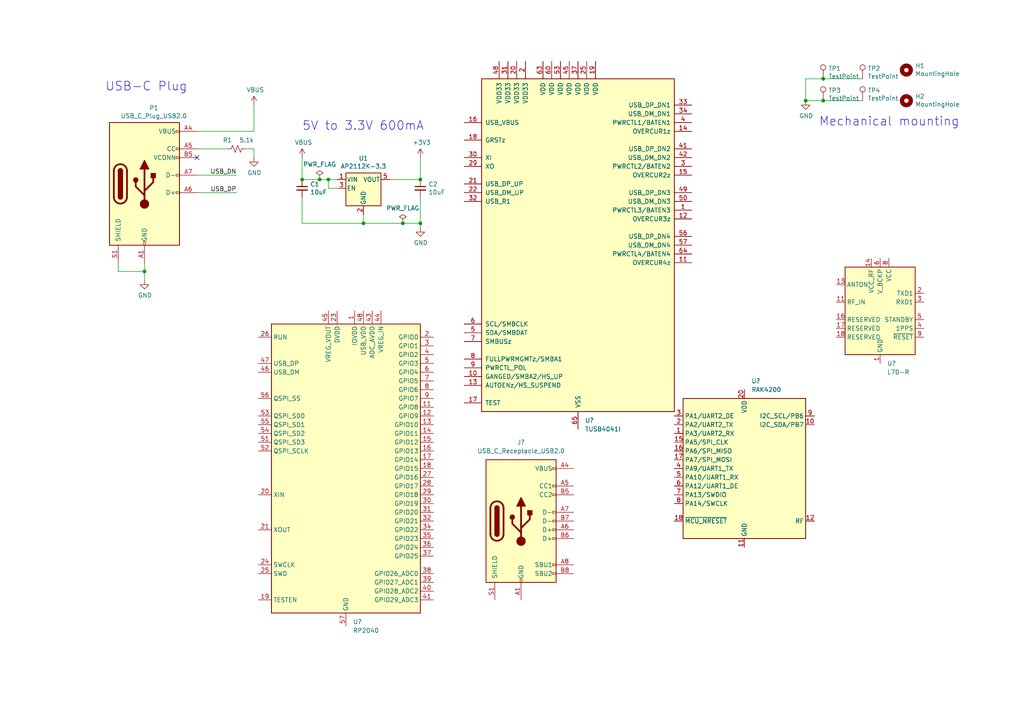
<source format=kicad_sch>
(kicad_sch (version 20211123) (generator eeschema)
  (paper "A4")
  (title_block (title "Expansion Card Template") (date "2020-12-12") (rev "X1") (company "Framework") (comment 1 "This work is licensed under a Creative Commons Attribution 4.0 International License") (comment 4 "https://frame.work"))
  (lib_symbols
    (symbol "Connector:TestPoint" (pin_numbers hide) (pin_names (offset 0.762) hide)
      (property "Reference" "TP" (at 0 6.858 0))
      (property "Value" "TestPoint" (at 0 5.08 0))
      (symbol "TestPoint_0_1"
        (circle (center 0 3.302) (radius 0.762))
      )
      (symbol "TestPoint_1_1"
        (pin passive line (at 0 0 90) (length 2.54) (name "1") (number "1"))
      )
    )
    (symbol "Connector:USB_C_Plug_USB2.0" (pin_names (offset 1.016))
      (property "Reference" "P" (at -10.16 19.05 0))
      (property "Value" "USB_C_Plug_USB2.0" (at 12.7 19.05 0))
      (symbol "USB_C_Plug_USB2.0_0_0"
        (rectangle (start -0.254 -17.78) (end 0.254 -16.764))
        (rectangle (start 10.16 -2.286) (end 9.144 -2.794))
        (rectangle (start 10.16 2.794) (end 9.144 2.286))
        (rectangle (start 10.16 7.874) (end 9.144 7.366))
        (rectangle (start 10.16 10.414) (end 9.144 9.906))
        (rectangle (start 10.16 15.494) (end 9.144 14.986))
      )
      (symbol "USB_C_Plug_USB2.0_0_1"
        (rectangle (start -10.16 17.78) (end 10.16 -17.78) (stroke (width 0.254)) (fill (type background)))
        (arc (start -8.89 -3.81) (mid -6.985 -5.715) (end -5.08 -3.81) (stroke (width 0.508)))
        (arc (start -7.62 -3.81) (mid -6.985 -4.445) (end -6.35 -3.81) (stroke (width 0.254)))
        (arc (start -7.62 -3.81) (mid -6.985 -4.445) (end -6.35 -3.81) (stroke (width 0.254)) (fill (type outline)))
        (rectangle (start -7.62 -3.81) (end -6.35 3.81) (stroke (width 0.254)) (fill (type outline)))
        (arc (start -6.35 3.81) (mid -6.985 4.445) (end -7.62 3.81) (stroke (width 0.254)))
        (arc (start -6.35 3.81) (mid -6.985 4.445) (end -7.62 3.81) (stroke (width 0.254)) (fill (type outline)))
        (arc (start -5.08 3.81) (mid -6.985 5.715) (end -8.89 3.81) (stroke (width 0.508)))
        (circle (center -2.54 1.143) (radius 0.635) (stroke (width 0.254)) (fill (type outline)))
        (circle (center 0 -5.842) (radius 1.27) (fill (type outline)))
        (polyline (pts (xy -8.89 -3.81) (xy -8.89 3.81)) (stroke (width 0.508)))
        (polyline (pts (xy -5.08 3.81) (xy -5.08 -3.81)) (stroke (width 0.508)))
        (polyline (pts (xy 0 -5.842) (xy 0 4.318)) (stroke (width 0.508)))
        (polyline (pts (xy 0 -3.302) (xy -2.54 -0.762) (xy -2.54 0.508)) (stroke (width 0.508)))
        (polyline (pts (xy 0 -2.032) (xy 2.54 0.508) (xy 2.54 1.778)) (stroke (width 0.508)))
        (polyline (pts (xy -1.27 4.318) (xy 0 6.858) (xy 1.27 4.318) (xy -1.27 4.318)) (stroke (width 0.254)) (fill (type outline)))
        (rectangle (start 1.905 1.778) (end 3.175 3.048) (stroke (width 0.254)) (fill (type outline)))
      )
      (symbol "USB_C_Plug_USB2.0_1_1"
        (pin passive line (at 0 -22.86 90) (length 5.08) (name "GND") (number "A1"))
        (pin passive line (at 0 -22.86 90) (length 5.08) hide (name "GND") (number "A12"))
        (pin passive line (at 15.24 15.24 180) (length 5.08) (name "VBUS") (number "A4"))
        (pin bidirectional line (at 15.24 10.16 180) (length 5.08) (name "CC") (number "A5"))
        (pin bidirectional line (at 15.24 -2.54 180) (length 5.08) (name "D+") (number "A6"))
        (pin bidirectional line (at 15.24 2.54 180) (length 5.08) (name "D-") (number "A7"))
        (pin passive line (at 15.24 15.24 180) (length 5.08) hide (name "VBUS") (number "A9"))
        (pin passive line (at 0 -22.86 90) (length 5.08) hide (name "GND") (number "B1"))
        (pin passive line (at 0 -22.86 90) (length 5.08) hide (name "GND") (number "B12"))
        (pin passive line (at 15.24 15.24 180) (length 5.08) hide (name "VBUS") (number "B4"))
        (pin bidirectional line (at 15.24 7.62 180) (length 5.08) (name "VCONN") (number "B5"))
        (pin passive line (at 15.24 15.24 180) (length 5.08) hide (name "VBUS") (number "B9"))
        (pin passive line (at -7.62 -22.86 90) (length 5.08) (name "SHIELD") (number "S1"))
      )
    )
    (symbol "Connector:USB_C_Receptacle_USB2.0" (pin_names (offset 1.016))
      (property "Reference" "J" (at -10.16 19.05 0))
      (property "Value" "USB_C_Receptacle_USB2.0" (at 19.05 19.05 0))
      (symbol "USB_C_Receptacle_USB2.0_0_0"
        (rectangle (start -0.254 -17.78) (end 0.254 -16.764))
        (rectangle (start 10.16 -14.986) (end 9.144 -15.494))
        (rectangle (start 10.16 -12.446) (end 9.144 -12.954))
        (rectangle (start 10.16 -4.826) (end 9.144 -5.334))
        (rectangle (start 10.16 -2.286) (end 9.144 -2.794))
        (rectangle (start 10.16 0.254) (end 9.144 -0.254))
        (rectangle (start 10.16 2.794) (end 9.144 2.286))
        (rectangle (start 10.16 7.874) (end 9.144 7.366))
        (rectangle (start 10.16 10.414) (end 9.144 9.906))
        (rectangle (start 10.16 15.494) (end 9.144 14.986))
      )
      (symbol "USB_C_Receptacle_USB2.0_0_1"
        (rectangle (start -10.16 17.78) (end 10.16 -17.78) (stroke (width 0.254)) (fill (type background)))
        (arc (start -8.89 -3.81) (mid -6.985 -5.715) (end -5.08 -3.81) (stroke (width 0.508)))
        (arc (start -7.62 -3.81) (mid -6.985 -4.445) (end -6.35 -3.81) (stroke (width 0.254)))
        (arc (start -7.62 -3.81) (mid -6.985 -4.445) (end -6.35 -3.81) (stroke (width 0.254)) (fill (type outline)))
        (rectangle (start -7.62 -3.81) (end -6.35 3.81) (stroke (width 0.254)) (fill (type outline)))
        (arc (start -6.35 3.81) (mid -6.985 4.445) (end -7.62 3.81) (stroke (width 0.254)))
        (arc (start -6.35 3.81) (mid -6.985 4.445) (end -7.62 3.81) (stroke (width 0.254)) (fill (type outline)))
        (arc (start -5.08 3.81) (mid -6.985 5.715) (end -8.89 3.81) (stroke (width 0.508)))
        (circle (center -2.54 1.143) (radius 0.635) (stroke (width 0.254)) (fill (type outline)))
        (circle (center 0 -5.842) (radius 1.27) (fill (type outline)))
        (polyline (pts (xy -8.89 -3.81) (xy -8.89 3.81)) (stroke (width 0.508)))
        (polyline (pts (xy -5.08 3.81) (xy -5.08 -3.81)) (stroke (width 0.508)))
        (polyline (pts (xy 0 -5.842) (xy 0 4.318)) (stroke (width 0.508)))
        (polyline (pts (xy 0 -3.302) (xy -2.54 -0.762) (xy -2.54 0.508)) (stroke (width 0.508)))
        (polyline (pts (xy 0 -2.032) (xy 2.54 0.508) (xy 2.54 1.778)) (stroke (width 0.508)))
        (polyline (pts (xy -1.27 4.318) (xy 0 6.858) (xy 1.27 4.318) (xy -1.27 4.318)) (stroke (width 0.254)) (fill (type outline)))
        (rectangle (start 1.905 1.778) (end 3.175 3.048) (stroke (width 0.254)) (fill (type outline)))
      )
      (symbol "USB_C_Receptacle_USB2.0_1_1"
        (pin passive line (at 0 -22.86 90) (length 5.08) (name "GND") (number "A1"))
        (pin passive line (at 0 -22.86 90) (length 5.08) hide (name "GND") (number "A12"))
        (pin passive line (at 15.24 15.24 180) (length 5.08) (name "VBUS") (number "A4"))
        (pin bidirectional line (at 15.24 10.16 180) (length 5.08) (name "CC1") (number "A5"))
        (pin bidirectional line (at 15.24 -2.54 180) (length 5.08) (name "D+") (number "A6"))
        (pin bidirectional line (at 15.24 2.54 180) (length 5.08) (name "D-") (number "A7"))
        (pin bidirectional line (at 15.24 -12.7 180) (length 5.08) (name "SBU1") (number "A8"))
        (pin passive line (at 15.24 15.24 180) (length 5.08) hide (name "VBUS") (number "A9"))
        (pin passive line (at 0 -22.86 90) (length 5.08) hide (name "GND") (number "B1"))
        (pin passive line (at 0 -22.86 90) (length 5.08) hide (name "GND") (number "B12"))
        (pin passive line (at 15.24 15.24 180) (length 5.08) hide (name "VBUS") (number "B4"))
        (pin bidirectional line (at 15.24 7.62 180) (length 5.08) (name "CC2") (number "B5"))
        (pin bidirectional line (at 15.24 -5.08 180) (length 5.08) (name "D+") (number "B6"))
        (pin bidirectional line (at 15.24 0 180) (length 5.08) (name "D-") (number "B7"))
        (pin bidirectional line (at 15.24 -15.24 180) (length 5.08) (name "SBU2") (number "B8"))
        (pin passive line (at 15.24 15.24 180) (length 5.08) hide (name "VBUS") (number "B9"))
        (pin passive line (at -7.62 -22.86 90) (length 5.08) (name "SHIELD") (number "S1"))
      )
    )
    (symbol "Device:C_Small" (pin_numbers hide) (pin_names (offset 0.254) hide)
      (property "Reference" "C" (at 0.254 1.778 0))
      (property "Value" "C_Small" (at 0.254 -2.032 0))
      (symbol "C_Small_0_1"
        (polyline (pts (xy -1.524 -0.508) (xy 1.524 -0.508)) (stroke (width 0.3302)))
        (polyline (pts (xy -1.524 0.508) (xy 1.524 0.508)) (stroke (width 0.3048)))
      )
      (symbol "C_Small_1_1"
        (pin passive line (at 0 2.54 270) (length 2.032) (name "~") (number "1"))
        (pin passive line (at 0 -2.54 90) (length 2.032) (name "~") (number "2"))
      )
    )
    (symbol "Device:R_Small_US" (pin_numbers hide) (pin_names (offset 0.254) hide)
      (property "Reference" "R" (at 0.762 0.508 0))
      (property "Value" "R_Small_US" (at 0.762 -1.016 0))
      (symbol "R_Small_US_1_1"
        (polyline (pts (xy 0 0) (xy 1.016 -0.381) (xy 0 -0.762) (xy -1.016 -1.143) (xy 0 -1.524)))
        (polyline (pts (xy 0 1.524) (xy 1.016 1.143) (xy 0 0.762) (xy -1.016 0.381) (xy 0 0)))
        (pin passive line (at 0 2.54 270) (length 1.016) (name "~") (number "1"))
        (pin passive line (at 0 -2.54 90) (length 1.016) (name "~") (number "2"))
      )
    )
    (symbol "Electrical-rescue:+3.3V-power" (power) (pin_names (offset 0))
      (property "Value" "+3.3V-power" (at 0 3.556 0))
      (symbol "+3.3V-power_0_1"
        (polyline (pts (xy -0.762 1.27) (xy 0 2.54)))
        (polyline (pts (xy 0 0) (xy 0 2.54)))
        (polyline (pts (xy 0 2.54) (xy 0.762 1.27)))
      )
      (symbol "+3.3V-power_1_1"
        (pin power_in line (at 0 0 90) (length 0) hide (name "+3V3") (number "1"))
      )
    )
    (symbol "Interface_USB:TUSB4041I" (pin_names (offset 1.016))
      (property "Reference" "U" (at 15.24 53.34 0))
      (property "Value" "TUSB4041I" (at 15.24 50.8 0))
      (symbol "TUSB4041I_0_1"
        (rectangle (start -27.94 48.26) (end 27.94 -48.26) (stroke (width 0.254)) (fill (type background)))
      )
      (symbol "TUSB4041I_1_1"
        (pin bidirectional line (at 33.02 10.16 180) (length 5.08) (name "PWRCTL3/BATEN3") (number "1"))
        (pin bidirectional line (at -33.02 -38.1 0) (length 5.08) (name "GANGED/SMBA2/HS_UP") (number "10"))
        (pin input line (at 33.02 -5.08 180) (length 5.08) (name "OVERCUR4z") (number "11"))
        (pin input line (at 33.02 7.62 180) (length 5.08) (name "OVERCUR3z") (number "12"))
        (pin bidirectional line (at -33.02 -40.64 0) (length 5.08) (name "AUTOENz/HS_SUSPEND") (number "13"))
        (pin input line (at 33.02 33.02 180) (length 5.08) (name "OVERCUR1z") (number "14"))
        (pin input line (at 33.02 20.32 180) (length 5.08) (name "OVERCUR2z") (number "15"))
        (pin input line (at -33.02 35.56 0) (length 5.08) (name "USB_VBUS") (number "16"))
        (pin input line (at -33.02 -45.72 0) (length 5.08) (name "TEST") (number "17"))
        (pin input line (at -33.02 30.48 0) (length 5.08) (name "GRSTz") (number "18"))
        (pin power_in line (at 5.08 53.34 270) (length 5.08) (name "VDD") (number "19"))
        (pin power_in line (at -15.24 53.34 270) (length 5.08) (name "VDD33") (number "2"))
        (pin power_in line (at -17.78 53.34 270) (length 5.08) (name "VDD33") (number "20"))
        (pin bidirectional line (at -33.02 17.78 0) (length 5.08) (name "USB_DP_UP") (number "21"))
        (pin bidirectional line (at -33.02 15.24 0) (length 5.08) (name "USB_DM_UP") (number "22"))
        (pin bidirectional line (at 33.02 -17.78 180) (length 5.08) hide (name "RSVD") (number "23"))
        (pin bidirectional line (at 33.02 -20.32 180) (length 5.08) hide (name "RSVD") (number "24"))
        (pin power_in line (at 2.54 53.34 270) (length 5.08) (name "VDD") (number "25"))
        (pin bidirectional line (at 33.02 -22.86 180) (length 5.08) hide (name "RSVD") (number "26"))
        (pin bidirectional line (at 33.02 -25.4 180) (length 5.08) hide (name "RSVD") (number "27"))
        (pin no_connect line (at 33.02 -43.18 180) (length 5.08) hide (name "NC") (number "28"))
        (pin output line (at -33.02 22.86 0) (length 5.08) (name "XO") (number "29"))
        (pin bidirectional line (at 33.02 22.86 180) (length 5.08) (name "PWRCTL2/BATEN2") (number "3"))
        (pin input line (at -33.02 25.4 0) (length 5.08) (name "XI") (number "30"))
        (pin power_in line (at -20.32 53.34 270) (length 5.08) (name "VDD33") (number "31"))
        (pin input line (at -33.02 12.7 0) (length 5.08) (name "USB_R1") (number "32"))
        (pin bidirectional line (at 33.02 40.64 180) (length 5.08) (name "USB_DP_DN1") (number "33"))
        (pin bidirectional line (at 33.02 38.1 180) (length 5.08) (name "USB_DM_DN1") (number "34"))
        (pin bidirectional line (at 33.02 -27.94 180) (length 5.08) hide (name "RSVD") (number "35"))
        (pin bidirectional line (at 33.02 -30.48 180) (length 5.08) hide (name "RSVD") (number "36"))
        (pin power_in line (at 0 53.34 270) (length 5.08) (name "VDD") (number "37"))
        (pin bidirectional line (at 33.02 -33.02 180) (length 5.08) hide (name "RSVD") (number "38"))
        (pin bidirectional line (at 33.02 -35.56 180) (length 5.08) hide (name "RSVD") (number "39"))
        (pin bidirectional line (at 33.02 35.56 180) (length 5.08) (name "PWRCTL1/BATEN1") (number "4"))
        (pin no_connect line (at 33.02 -45.72 180) (length 5.08) hide (name "NC") (number "40"))
        (pin bidirectional line (at 33.02 27.94 180) (length 5.08) (name "USB_DP_DN2") (number "41"))
        (pin bidirectional line (at 33.02 25.4 180) (length 5.08) (name "USB_DM_DN2") (number "42"))
        (pin bidirectional line (at 33.02 -38.1 180) (length 5.08) hide (name "RSVD") (number "43"))
        (pin bidirectional line (at -33.02 7.62 0) (length 5.08) hide (name "RSVD") (number "44"))
        (pin power_in line (at -2.54 53.34 270) (length 5.08) (name "VDD") (number "45"))
        (pin bidirectional line (at -33.02 5.08 0) (length 5.08) hide (name "RSVD") (number "46"))
        (pin bidirectional line (at -33.02 2.54 0) (length 5.08) hide (name "RSVD") (number "47"))
        (pin power_in line (at -22.86 53.34 270) (length 5.08) (name "VDD33") (number "48"))
        (pin bidirectional line (at 33.02 15.24 180) (length 5.08) (name "USB_DP_DN3") (number "49"))
        (pin bidirectional line (at -33.02 -25.4 0) (length 5.08) (name "SDA/SMBDAT") (number "5"))
        (pin bidirectional line (at 33.02 12.7 180) (length 5.08) (name "USB_DM_DN3") (number "50"))
        (pin bidirectional line (at -33.02 0 0) (length 5.08) hide (name "RSVD") (number "51"))
        (pin bidirectional line (at -33.02 -2.54 0) (length 5.08) hide (name "RSVD") (number "52"))
        (pin power_in line (at -5.08 53.34 270) (length 5.08) (name "VDD") (number "53"))
        (pin bidirectional line (at -33.02 -5.08 0) (length 5.08) hide (name "RSVD") (number "54"))
        (pin bidirectional line (at -33.02 -7.62 0) (length 5.08) hide (name "RSVD") (number "55"))
        (pin bidirectional line (at 33.02 2.54 180) (length 5.08) (name "USB_DP_DN4") (number "56"))
        (pin bidirectional line (at 33.02 0 180) (length 5.08) (name "USB_DM_DN4") (number "57"))
        (pin bidirectional line (at -33.02 -10.16 0) (length 5.08) hide (name "RSVD") (number "58"))
        (pin bidirectional line (at -33.02 -12.7 0) (length 5.08) hide (name "RSVD") (number "59"))
        (pin bidirectional line (at -33.02 -22.86 0) (length 5.08) (name "SCL/SMBCLK") (number "6"))
        (pin power_in line (at -7.62 53.34 270) (length 5.08) (name "VDD") (number "60"))
        (pin bidirectional line (at -33.02 -15.24 0) (length 5.08) hide (name "RSVD") (number "61"))
        (pin bidirectional line (at -33.02 -17.78 0) (length 5.08) hide (name "RSVD") (number "62"))
        (pin power_in line (at -10.16 53.34 270) (length 5.08) (name "VDD") (number "63"))
        (pin bidirectional line (at 33.02 -2.54 180) (length 5.08) (name "PWRCTL4/BATEN4") (number "64"))
        (pin power_in line (at 0 -53.34 90) (length 5.08) (name "VSS") (number "65"))
        (pin bidirectional line (at -33.02 -27.94 0) (length 5.08) (name "SMBUSz") (number "7"))
        (pin bidirectional line (at -33.02 -33.02 0) (length 5.08) (name "FULLPWRMGMTz/SMBA1") (number "8"))
        (pin bidirectional line (at -33.02 -35.56 0) (length 5.08) (name "PWRCTL_POL") (number "9"))
      )
    )
    (symbol "MCU_RaspberryPi:RP2040"
      (property "Reference" "U" (at 17.78 45.72 0))
      (property "Value" "RP2040" (at 17.78 43.18 0))
      (symbol "RP2040_0_1"
        (rectangle (start -21.59 41.91) (end 21.59 -41.91) (stroke (width 0.254)) (fill (type background)))
      )
      (symbol "RP2040_1_1"
        (pin power_in line (at 2.54 45.72 270) (length 3.81) (name "IOVDD") (number "1"))
        (pin passive line (at 2.54 45.72 270) (length 3.81) hide (name "IOVDD") (number "10"))
        (pin bidirectional line (at 25.4 17.78 180) (length 3.81) (name "GPIO8") (number "11"))
        (pin bidirectional line (at 25.4 15.24 180) (length 3.81) (name "GPIO9") (number "12"))
        (pin bidirectional line (at 25.4 12.7 180) (length 3.81) (name "GPIO10") (number "13"))
        (pin bidirectional line (at 25.4 10.16 180) (length 3.81) (name "GPIO11") (number "14"))
        (pin bidirectional line (at 25.4 7.62 180) (length 3.81) (name "GPIO12") (number "15"))
        (pin bidirectional line (at 25.4 5.08 180) (length 3.81) (name "GPIO13") (number "16"))
        (pin bidirectional line (at 25.4 2.54 180) (length 3.81) (name "GPIO14") (number "17"))
        (pin bidirectional line (at 25.4 0 180) (length 3.81) (name "GPIO15") (number "18"))
        (pin input line (at -25.4 -38.1 0) (length 3.81) (name "TESTEN") (number "19"))
        (pin bidirectional line (at 25.4 38.1 180) (length 3.81) (name "GPIO0") (number "2"))
        (pin input line (at -25.4 -7.62 0) (length 3.81) (name "XIN") (number "20"))
        (pin passive line (at -25.4 -17.78 0) (length 3.81) (name "XOUT") (number "21"))
        (pin passive line (at 2.54 45.72 270) (length 3.81) hide (name "IOVDD") (number "22"))
        (pin power_in line (at -2.54 45.72 270) (length 3.81) (name "DVDD") (number "23"))
        (pin output line (at -25.4 -27.94 0) (length 3.81) (name "SWCLK") (number "24"))
        (pin bidirectional line (at -25.4 -30.48 0) (length 3.81) (name "SWD") (number "25"))
        (pin input line (at -25.4 38.1 0) (length 3.81) (name "RUN") (number "26"))
        (pin bidirectional line (at 25.4 -2.54 180) (length 3.81) (name "GPIO16") (number "27"))
        (pin bidirectional line (at 25.4 -5.08 180) (length 3.81) (name "GPIO17") (number "28"))
        (pin bidirectional line (at 25.4 -7.62 180) (length 3.81) (name "GPIO18") (number "29"))
        (pin bidirectional line (at 25.4 35.56 180) (length 3.81) (name "GPIO1") (number "3"))
        (pin bidirectional line (at 25.4 -10.16 180) (length 3.81) (name "GPIO19") (number "30"))
        (pin bidirectional line (at 25.4 -12.7 180) (length 3.81) (name "GPIO20") (number "31"))
        (pin bidirectional line (at 25.4 -15.24 180) (length 3.81) (name "GPIO21") (number "32"))
        (pin passive line (at 2.54 45.72 270) (length 3.81) hide (name "IOVDD") (number "33"))
        (pin bidirectional line (at 25.4 -17.78 180) (length 3.81) (name "GPIO22") (number "34"))
        (pin bidirectional line (at 25.4 -20.32 180) (length 3.81) (name "GPIO23") (number "35"))
        (pin bidirectional line (at 25.4 -22.86 180) (length 3.81) (name "GPIO24") (number "36"))
        (pin bidirectional line (at 25.4 -25.4 180) (length 3.81) (name "GPIO25") (number "37"))
        (pin bidirectional line (at 25.4 -30.48 180) (length 3.81) (name "GPIO26_ADC0") (number "38"))
        (pin bidirectional line (at 25.4 -33.02 180) (length 3.81) (name "GPIO27_ADC1") (number "39"))
        (pin bidirectional line (at 25.4 33.02 180) (length 3.81) (name "GPIO2") (number "4"))
        (pin bidirectional line (at 25.4 -35.56 180) (length 3.81) (name "GPIO28_ADC2") (number "40"))
        (pin bidirectional line (at 25.4 -38.1 180) (length 3.81) (name "GPIO29_ADC3") (number "41"))
        (pin passive line (at 2.54 45.72 270) (length 3.81) hide (name "IOVDD") (number "42"))
        (pin power_in line (at 7.62 45.72 270) (length 3.81) (name "ADC_AVDD") (number "43"))
        (pin power_in line (at 10.16 45.72 270) (length 3.81) (name "VREG_IN") (number "44"))
        (pin power_out line (at -5.08 45.72 270) (length 3.81) (name "VREG_VOUT") (number "45"))
        (pin bidirectional line (at -25.4 27.94 0) (length 3.81) (name "USB_DM") (number "46"))
        (pin bidirectional line (at -25.4 30.48 0) (length 3.81) (name "USB_DP") (number "47"))
        (pin power_in line (at 5.08 45.72 270) (length 3.81) (name "USB_VDD") (number "48"))
        (pin passive line (at 2.54 45.72 270) (length 3.81) hide (name "IOVDD") (number "49"))
        (pin bidirectional line (at 25.4 30.48 180) (length 3.81) (name "GPIO3") (number "5"))
        (pin passive line (at -2.54 45.72 270) (length 3.81) hide (name "DVDD") (number "50"))
        (pin bidirectional line (at -25.4 7.62 0) (length 3.81) (name "QSPI_SD3") (number "51"))
        (pin output line (at -25.4 5.08 0) (length 3.81) (name "QSPI_SCLK") (number "52"))
        (pin bidirectional line (at -25.4 15.24 0) (length 3.81) (name "QSPI_SD0") (number "53"))
        (pin bidirectional line (at -25.4 10.16 0) (length 3.81) (name "QSPI_SD2") (number "54"))
        (pin bidirectional line (at -25.4 12.7 0) (length 3.81) (name "QSPI_SD1") (number "55"))
        (pin bidirectional line (at -25.4 20.32 0) (length 3.81) (name "QSPI_SS") (number "56"))
        (pin power_in line (at 0 -45.72 90) (length 3.81) (name "GND") (number "57"))
        (pin bidirectional line (at 25.4 27.94 180) (length 3.81) (name "GPIO4") (number "6"))
        (pin bidirectional line (at 25.4 25.4 180) (length 3.81) (name "GPIO5") (number "7"))
        (pin bidirectional line (at 25.4 22.86 180) (length 3.81) (name "GPIO6") (number "8"))
        (pin bidirectional line (at 25.4 20.32 180) (length 3.81) (name "GPIO7") (number "9"))
      )
    )
    (symbol "Mechanical:MountingHole" (pin_names (offset 1.016))
      (property "Reference" "H" (at 0 5.08 0))
      (property "Value" "MountingHole" (at 0 3.175 0))
      (symbol "MountingHole_0_1"
        (circle (center 0 0) (radius 1.27) (stroke (width 1.27)))
      )
    )
    (symbol "RF_GPS:L70-R"
      (property "Reference" "U" (at -10.16 13.97 0))
      (property "Value" "L70-R" (at 10.16 13.97 0))
      (symbol "L70-R_0_1"
        (rectangle (start -10.16 12.7) (end 10.16 -12.7) (stroke (width 0.254)) (fill (type background)))
      )
      (symbol "L70-R_1_1"
        (pin power_in line (at 0 -15.24 90) (length 2.54) (name "GND") (number "1"))
        (pin passive line (at 0 -15.24 90) (length 2.54) hide (name "GND") (number "10"))
        (pin input line (at -12.7 2.54 0) (length 2.54) (name "RF_IN") (number "11"))
        (pin passive line (at 0 -15.24 90) (length 2.54) hide (name "GND") (number "12"))
        (pin output line (at -12.7 7.62 0) (length 2.54) (name "ANTON") (number "13"))
        (pin power_out line (at -2.54 15.24 270) (length 2.54) (name "VCC_RF") (number "14"))
        (pin no_connect line (at -10.16 0 0) (length 2.54) hide (name "NC") (number "15"))
        (pin passive line (at -12.7 -2.54 0) (length 2.54) (name "RESERVED") (number "16"))
        (pin passive line (at -12.7 -5.08 0) (length 2.54) (name "RESERVED") (number "17"))
        (pin passive line (at -12.7 -7.62 0) (length 2.54) (name "RESERVED") (number "18"))
        (pin output line (at 12.7 5.08 180) (length 2.54) (name "TXD1") (number "2"))
        (pin input line (at 12.7 2.54 180) (length 2.54) (name "RXD1") (number "3"))
        (pin output line (at 12.7 -5.08 180) (length 2.54) (name "1PPS") (number "4"))
        (pin input line (at 12.7 -2.54 180) (length 2.54) (name "STANDBY") (number "5"))
        (pin power_in line (at 0 15.24 270) (length 2.54) (name "V_BCKP") (number "6"))
        (pin no_connect line (at 10.16 0 180) (length 2.54) hide (name "NC") (number "7"))
        (pin power_in line (at 2.54 15.24 270) (length 2.54) (name "VCC") (number "8"))
        (pin input line (at 12.7 -7.62 180) (length 2.54) (name "~{RESET}") (number "9"))
      )
    )
    (symbol "RF_Module:RAK4200"
      (property "Reference" "U" (at 0 27.94 0))
      (property "Value" "RAK4200" (at 0 25.4 0))
      (symbol "RAK4200_0_1"
        (rectangle (start -17.78 20.32) (end 17.78 -20.32) (stroke (width 0.254)) (fill (type background)))
      )
      (symbol "RAK4200_1_1"
        (pin bidirectional line (at -20.32 10.16 0) (length 2.54) (name "PA3/UART2_RX") (number "1"))
        (pin bidirectional line (at 20.32 12.7 180) (length 2.54) (name "I2C_SDA/PB7") (number "10"))
        (pin power_in line (at 0 -22.86 90) (length 2.54) (name "GND") (number "11"))
        (pin passive line (at 20.32 -15.24 180) (length 2.54) (name "RF") (number "12"))
        (pin passive line (at 0 -22.86 90) (length 2.54) hide (name "GND") (number "13"))
        (pin passive line (at 0 -22.86 90) (length 2.54) hide (name "GND") (number "14"))
        (pin bidirectional line (at -20.32 7.62 0) (length 2.54) (name "PA5/SPI_CLK") (number "15"))
        (pin bidirectional line (at -20.32 5.08 0) (length 2.54) (name "PA6/SPI_MISO") (number "16"))
        (pin bidirectional line (at -20.32 2.54 0) (length 2.54) (name "PA7/SPI_MOSI") (number "17"))
        (pin bidirectional line (at -20.32 -15.24 0) (length 2.54) (name "~{MCU_NRESET}") (number "18"))
        (pin passive line (at 0 -22.86 90) (length 2.54) hide (name "GND") (number "19"))
        (pin bidirectional line (at -20.32 12.7 0) (length 2.54) (name "PA2/UART2_TX") (number "2"))
        (pin power_in line (at 0 22.86 270) (length 2.54) (name "VDD") (number "20"))
        (pin bidirectional line (at -20.32 15.24 0) (length 2.54) (name "PA1/UART2_DE") (number "3"))
        (pin bidirectional line (at -20.32 0 0) (length 2.54) (name "PA9/UART1_TX") (number "4"))
        (pin bidirectional line (at -20.32 -2.54 0) (length 2.54) (name "PA10/UART1_RX") (number "5"))
        (pin bidirectional line (at -20.32 -5.08 0) (length 2.54) (name "PA12/UART1_DE") (number "6"))
        (pin bidirectional line (at -20.32 -7.62 0) (length 2.54) (name "PA13/SWDIO") (number "7"))
        (pin bidirectional line (at -20.32 -10.16 0) (length 2.54) (name "PA14/SWCLK") (number "8"))
        (pin bidirectional line (at 20.32 15.24 180) (length 2.54) (name "I2C_SCL/PB6") (number "9"))
      )
    )
    (symbol "Regulator_Linear:AP2112K-3.3" (pin_names (offset 0.254))
      (property "Reference" "U" (at -5.08 5.715 0))
      (property "Value" "AP2112K-3.3" (at 0 5.715 0))
      (symbol "AP2112K-3.3_0_1"
        (rectangle (start -5.08 4.445) (end 5.08 -5.08) (stroke (width 0.254)) (fill (type background)))
      )
      (symbol "AP2112K-3.3_1_1"
        (pin power_in line (at -7.62 2.54 0) (length 2.54) (name "VIN") (number "1"))
        (pin power_in line (at 0 -7.62 90) (length 2.54) (name "GND") (number "2"))
        (pin input line (at -7.62 0 0) (length 2.54) (name "EN") (number "3"))
        (pin no_connect line (at 5.08 0 180) (length 2.54) hide (name "NC") (number "4"))
        (pin power_out line (at 7.62 2.54 180) (length 2.54) (name "VOUT") (number "5"))
      )
    )
    (symbol "power:GND" (power) (pin_names (offset 0))
      (property "Value" "GND" (at 0 -3.81 0))
      (symbol "GND_0_1"
        (polyline (pts (xy 0 0) (xy 0 -1.27) (xy 1.27 -1.27) (xy 0 -2.54) (xy -1.27 -1.27) (xy 0 -1.27)))
      )
      (symbol "GND_1_1"
        (pin power_in line (at 0 0 270) (length 0) hide (name "GND") (number "1"))
      )
    )
    (symbol "power:PWR_FLAG" (power) (pin_numbers hide) (pin_names (offset 0) hide)
      (property "Value" "PWR_FLAG" (at 0 3.81 0))
      (symbol "PWR_FLAG_0_0"
        (pin power_out line (at 0 0 90) (length 0) (name "pwr") (number "1"))
      )
      (symbol "PWR_FLAG_0_1"
        (polyline (pts (xy 0 0) (xy 0 1.27) (xy -1.016 1.905) (xy 0 2.54) (xy 1.016 1.905) (xy 0 1.27)))
      )
    )
    (symbol "power:VBUS" (power) (pin_names (offset 0))
      (property "Value" "VBUS" (at 0 3.81 0))
      (symbol "VBUS_0_1"
        (polyline (pts (xy -0.762 1.27) (xy 0 2.54)))
        (polyline (pts (xy 0 0) (xy 0 2.54)))
        (polyline (pts (xy 0 2.54) (xy 0.762 1.27)))
      )
      (symbol "VBUS_1_1"
        (pin power_in line (at 0 0 90) (length 0) hide (name "VBUS") (number "1"))
      )
    )
  )
  (junction (at 41.91 78.74))
  (junction (at 238.76 29.21))
  (junction (at 121.92 64.77))
  (junction (at 116.84 64.77))
  (junction (at 87.63 52.07))
  (junction (at 238.76 22.86))
  (junction (at 105.41 64.77))
  (junction (at 121.92 52.07))
  (junction (at 233.68 29.21))
  (junction (at 92.71 52.07))
  (junction (at 95.25 52.07))
  (no_connect (at 57.15 45.72))
  (wire (pts (xy 41.91 81.28) (xy 41.91 78.74)))
  (wire (pts (xy 121.92 45.72) (xy 121.92 52.07)))
  (wire (pts (xy 250.19 29.21) (xy 238.76 29.21)))
  (wire (pts (xy 41.91 78.74) (xy 41.91 76.2)))
  (wire (pts (xy 233.68 22.86) (xy 233.68 29.21)))
  (wire (pts (xy 121.92 64.77) (xy 121.92 66.04)))
  (wire (pts (xy 250.19 22.86) (xy 238.76 22.86)))
  (wire (pts (xy 95.25 52.07) (xy 97.79 52.07)))
  (wire (pts (xy 121.92 57.15) (xy 121.92 64.77)))
  (wire (pts (xy 97.79 54.61) (xy 95.25 54.61)))
  (wire (pts (xy 57.15 55.88) (xy 68.58 55.88)))
  (wire (pts (xy 113.03 52.07) (xy 121.92 52.07)))
  (wire (pts (xy 34.29 76.2) (xy 34.29 78.74)))
  (wire (pts (xy 116.84 64.77) (xy 121.92 64.77)))
  (wire (pts (xy 73.66 38.1) (xy 73.66 30.48)))
  (wire (pts (xy 73.66 43.18) (xy 73.66 45.72)))
  (wire (pts (xy 95.25 54.61) (xy 95.25 52.07)))
  (wire (pts (xy 87.63 45.72) (xy 87.63 52.07)))
  (wire (pts (xy 57.15 43.18) (xy 66.04 43.18)))
  (wire (pts (xy 34.29 78.74) (xy 41.91 78.74)))
  (wire (pts (xy 87.63 64.77) (xy 105.41 64.77)))
  (wire (pts (xy 92.71 52.07) (xy 95.25 52.07)))
  (wire (pts (xy 71.12 43.18) (xy 73.66 43.18)))
  (wire (pts (xy 238.76 29.21) (xy 233.68 29.21)))
  (wire (pts (xy 57.15 50.8) (xy 68.58 50.8)))
  (wire (pts (xy 105.41 62.23) (xy 105.41 64.77)))
  (wire (pts (xy 238.76 22.86) (xy 233.68 22.86)))
  (wire (pts (xy 57.15 38.1) (xy 73.66 38.1)))
  (wire (pts (xy 87.63 57.15) (xy 87.63 64.77)))
  (wire (pts (xy 105.41 64.77) (xy 116.84 64.77)))
  (wire (pts (xy 87.63 52.07) (xy 92.71 52.07)))
  (text "5V to 3.3V 600mA" (at 87.63 38.1 0) (effects (font (size 2.54 2.54)) (justify left bottom)))
  (text "USB-C Plug" (at 30.48 26.67 0) (effects (font (size 2.54 2.54)) (justify left bottom)))
  (text "Mechanical mounting" (at 237.49 36.83 0) (effects (font (size 2.54 2.54)) (justify left bottom)))
  (label "USB_DP" (at 68.58 55.88 180))
  (label "USB_DN" (at 68.58 50.8 180))
  (symbol (lib_id "Regulator_Linear:AP2112K-3.3") (at 105.41 54.61 0) (unit 1)
    (property "Reference" "U1" (at 105.41 45.9232 0))
    (property "Value" "AP2112K-3.3" (at 105.41 48.2346 0))
    (property "Footprint" "Package_TO_SOT_SMD:SOT-23-5" (effects hide))
    (property "Datasheet" "https://www.diodes.com/assets/Datasheets/AP2112.pdf" (effects hide))
  )
  (symbol (lib_id "Device:C_Small") (at 87.63 54.61 0) (unit 1)
    (property "Reference" "C1" (at 89.9668 53.4416 0) (effects (justify left)))
    (property "Value" "10uF" (at 89.9668 55.753 0) (effects (justify left)))
    (property "Footprint" "Capacitor_SMD:C_0805_2012Metric" (effects hide))
  )
  (symbol (lib_id "Device:C_Small") (at 121.92 54.61 0) (unit 1)
    (property "Reference" "C2" (at 124.2568 53.4416 0) (effects (justify left)))
    (property "Value" "10uF" (at 124.2568 55.753 0) (effects (justify left)))
    (property "Footprint" "Capacitor_SMD:C_0805_2012Metric" (effects hide))
  )
  (symbol (lib_id "Electrical-rescue:+3.3V-power") (at 121.92 45.72 0) (unit 1)
    (property "Reference" "#PWR05" (effects hide))
    (property "Value" "+3.3V" (at 122.301 41.3258 0))
  )
  (symbol (lib_id "power:GND") (at 121.92 66.04 0) (unit 1)
    (property "Reference" "#PWR06" (effects hide))
    (property "Value" "GND" (at 122.047 70.4342 0))
  )
  (symbol (lib_id "power:VBUS") (at 87.63 45.72 0) (unit 1)
    (property "Reference" "#PWR04" (effects hide))
    (property "Value" "VBUS" (at 88.011 41.3258 0))
  )
  (symbol (lib_id "Connector:USB_C_Plug_USB2.0") (at 41.91 53.34 0) (unit 1)
    (property "Reference" "P1" (at 44.6278 31.3182 0))
    (property "Value" "USB_C_Plug_USB2.0" (at 44.6278 33.6296 0))
    (property "Footprint" "Expansion_Card:USB_C_Plug_Molex_105444" (effects hide))
    (property "Datasheet" "https://www.usb.org/sites/default/files/documents/usb_type-c.zip" (effects hide))
  )
  (symbol (lib_id "Device:R_Small_US") (at 68.58 43.18 90) (unit 1)
    (property "Reference" "R1" (at 67.31 40.64 90) (effects (justify left)))
    (property "Value" "5.1k" (at 73.66 40.64 90) (effects (justify left)))
    (property "Footprint" "Resistor_SMD:R_0603_1608Metric" (effects hide))
  )
  (symbol (lib_id "power:GND") (at 41.91 81.28 0) (unit 1)
    (property "Reference" "#PWR01" (effects hide))
    (property "Value" "GND" (at 42.037 85.6742 0))
  )
  (symbol (lib_id "power:GND") (at 73.66 45.72 0) (unit 1)
    (property "Reference" "#PWR03" (effects hide))
    (property "Value" "GND" (at 73.787 50.1142 0))
  )
  (symbol (lib_id "power:VBUS") (at 73.66 30.48 0) (unit 1)
    (property "Reference" "#PWR02" (effects hide))
    (property "Value" "VBUS" (at 74.041 26.0858 0))
  )
  (symbol (lib_id "Mechanical:MountingHole") (at 262.89 20.32 0) (unit 1)
    (property "Reference" "H1" (at 265.43 19.0754 0) (effects (justify left)))
    (property "Value" "MountingHole" (at 265.43 21.3868 0) (effects (justify left)))
    (property "Footprint" "MountingHole:MountingHole_2.2mm_M2" (effects hide))
  )
  (symbol (lib_id "Mechanical:MountingHole") (at 262.89 29.21 0) (unit 1)
    (property "Reference" "H2" (at 265.43 27.9654 0) (effects (justify left)))
    (property "Value" "MountingHole" (at 265.43 30.2768 0) (effects (justify left)))
    (property "Footprint" "MountingHole:MountingHole_2.2mm_M2" (effects hide))
  )
  (symbol (lib_id "power:PWR_FLAG") (at 92.71 52.07 0) (unit 1)
    (property "Reference" "#FLG01" (effects hide))
    (property "Value" "PWR_FLAG" (at 92.71 47.6758 0))
  )
  (symbol (lib_id "power:PWR_FLAG") (at 116.84 64.77 0) (unit 1)
    (property "Reference" "#FLG02" (effects hide))
    (property "Value" "PWR_FLAG" (at 116.84 60.3758 0))
  )
  (symbol (lib_id "Connector:TestPoint") (at 250.19 22.86 0) (unit 1)
    (property "Reference" "TP2" (at 251.6632 19.8628 0) (effects (justify left)))
    (property "Value" "TestPoint" (at 251.6632 22.1742 0) (effects (justify left)))
    (property "Footprint" "TestPoint:TestPoint_Pad_1.5x1.5mm" (effects hide))
  )
  (symbol (lib_id "Connector:TestPoint") (at 238.76 22.86 0) (unit 1)
    (property "Reference" "TP1" (at 240.2332 19.8628 0) (effects (justify left)))
    (property "Value" "TestPoint" (at 240.2332 22.1742 0) (effects (justify left)))
    (property "Footprint" "TestPoint:TestPoint_Pad_1.5x1.5mm" (effects hide))
  )
  (symbol (lib_id "Connector:TestPoint") (at 238.76 29.21 0) (unit 1)
    (property "Reference" "TP3" (at 240.2332 26.2128 0) (effects (justify left)))
    (property "Value" "TestPoint" (at 240.2332 28.5242 0) (effects (justify left)))
    (property "Footprint" "TestPoint:TestPoint_Pad_1.5x1.5mm" (effects hide))
  )
  (symbol (lib_id "Connector:TestPoint") (at 250.19 29.21 0) (unit 1)
    (property "Reference" "TP4" (at 251.6632 26.2128 0) (effects (justify left)))
    (property "Value" "TestPoint" (at 251.6632 28.5242 0) (effects (justify left)))
    (property "Footprint" "TestPoint:TestPoint_Pad_1.5x1.5mm" (effects hide))
  )
  (symbol (lib_id "power:GND") (at 233.68 29.21 0) (unit 1)
    (property "Reference" "#PWR0101" (effects hide))
    (property "Value" "GND" (at 233.807 33.6042 0))
  )
  (symbol (lib_id "Connector:USB_C_Receptacle_USB2.0") (at 151.13 151.13 0) (unit 1)
    (property "Reference" "J?" (at 151.13 128.27 0))
    (property "Value" "USB_C_Receptacle_USB2.0" (at 151.13 130.81 0))
    (property "Datasheet" "https://www.usb.org/sites/default/files/documents/usb_type-c.zip" (effects hide))
  )
  (symbol (lib_id "RF_Module:RAK4200") (at 215.9 135.89 0) (unit 1)
    (property "Reference" "U?" (at 217.9194 110.49 0) (effects (justify left)))
    (property "Value" "RAK4200" (at 217.9194 113.03 0) (effects (justify left)))
    (property "Footprint" "RF_Module:RAK4200" (effects hide))
    (property "Datasheet" "https://downloads.rakwireless.com/LoRa/RAK4200/Hardware-Specification/RAK4200_Module_Specifications_V1.4.pdf" (effects hide))
  )
  (symbol (lib_id "RF_GPS:L70-R") (at 255.27 90.17 0) (unit 1)
    (property "Reference" "U?" (at 257.2894 105.41 0) (effects (justify left)))
    (property "Value" "L70-R" (at 257.2894 107.95 0) (effects (justify left)))
    (property "Footprint" "RF_GPS:Quectel_L70-R" (effects hide))
    (property "Datasheet" "https://www.quectel.com/product/gps-only-l70-r" (effects hide))
  )
  (symbol (lib_id "Interface_USB:TUSB4041I") (at 167.64 71.12 0) (unit 1)
    (property "Reference" "U?" (at 169.6594 121.92 0) (effects (justify left)))
    (property "Value" "TUSB4041I" (at 169.6594 124.46 0) (effects (justify left)))
    (property "Footprint" "Package_QFP:HTQFP-64-1EP_10x10mm_P0.5mm_EP8x8mm_Mask4.4x4.4mm_ThermalVias" (effects hide))
    (property "Datasheet" "http://www.ti.com/lit/ds/symlink/tusb4041i.pdf" (effects hide))
  )
  (symbol (lib_id "MCU_RaspberryPi:RP2040") (at 100.33 135.89 0) (unit 1)
    (property "Reference" "U?" (at 102.3494 180.34 0) (effects (justify left)))
    (property "Value" "RP2040" (at 102.3494 182.88 0) (effects (justify left)))
    (property "Footprint" "Package_DFN_QFN:QFN-56-1EP_7x7mm_P0.4mm_EP3.2x3.2mm" (effects hide))
    (property "Datasheet" "https://datasheets.raspberrypi.com/rp2040/rp2040-datasheet.pdf" (effects hide))
  )
)
</source>
